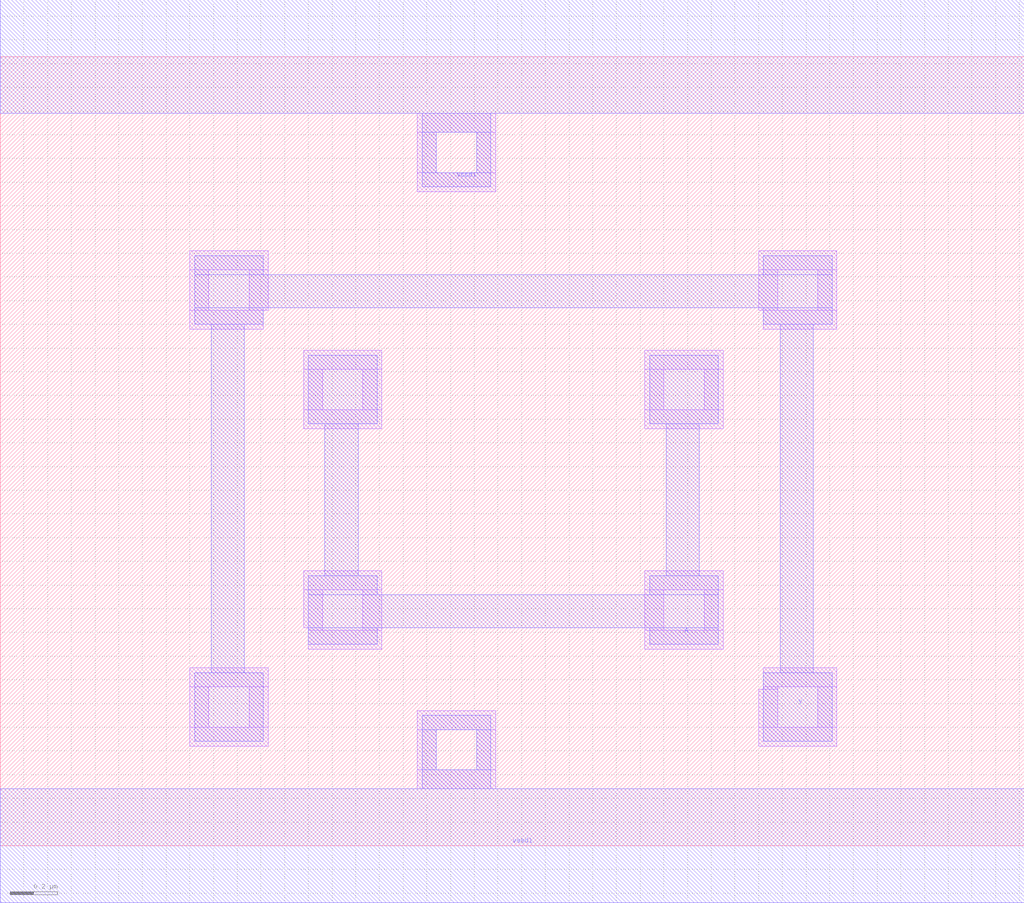
<source format=lef>
VERSION 5.7 ;
  NOWIREEXTENSIONATPIN ON ;
  DIVIDERCHAR "/" ;
  BUSBITCHARS "[]" ;
MACRO INVX4
  CLASS CORE ;
  FOREIGN INVX4 ;
  ORIGIN 0.000 0.000 ;
  SIZE 4.320 BY 3.330 ;
  SYMMETRY X Y R90 ;
  SITE unit ;
  PIN vccd1
    DIRECTION INOUT ;
    USE POWER ;
    SHAPE ABUTMENT ;
    PORT
      LAYER met1 ;
        RECT 0.000 3.090 4.320 3.570 ;
        RECT 1.780 3.010 2.070 3.090 ;
        RECT 1.780 2.840 1.840 3.010 ;
        RECT 2.010 2.840 2.070 3.010 ;
        RECT 1.780 2.780 2.070 2.840 ;
    END
  END vccd1
  PIN vssd1
    DIRECTION INOUT ;
    USE GROUND ;
    SHAPE ABUTMENT ;
    PORT
      LAYER met1 ;
        RECT 1.780 0.490 2.070 0.550 ;
        RECT 1.780 0.320 1.840 0.490 ;
        RECT 2.010 0.320 2.070 0.490 ;
        RECT 1.780 0.240 2.070 0.320 ;
        RECT 0.000 -0.240 4.320 0.240 ;
    END
  END vssd1
  PIN Y
    DIRECTION INOUT ;
    USE SIGNAL ;
    SHAPE ABUTMENT ;
    PORT
      LAYER met1 ;
        RECT 0.820 2.410 1.110 2.490 ;
        RECT 3.220 2.410 3.510 2.490 ;
        RECT 0.820 2.270 3.510 2.410 ;
        RECT 0.820 2.200 1.110 2.270 ;
        RECT 3.220 2.200 3.510 2.270 ;
        RECT 0.890 0.730 1.030 2.200 ;
        RECT 3.290 0.730 3.430 2.200 ;
        RECT 0.820 0.440 1.110 0.730 ;
        RECT 3.220 0.440 3.510 0.730 ;
    END
  END Y
  PIN A
    DIRECTION INOUT ;
    USE SIGNAL ;
    SHAPE ABUTMENT ;
    PORT
      LAYER met1 ;
        RECT 1.300 1.780 1.590 2.070 ;
        RECT 2.740 1.780 3.030 2.070 ;
        RECT 1.370 1.140 1.510 1.780 ;
        RECT 2.810 1.140 2.950 1.780 ;
        RECT 1.300 1.060 1.590 1.140 ;
        RECT 2.740 1.060 3.030 1.140 ;
        RECT 1.300 0.920 3.030 1.060 ;
        RECT 1.300 0.850 1.590 0.920 ;
        RECT 2.740 0.850 3.030 0.920 ;
    END
  END A
  OBS
      LAYER li1 ;
        RECT 1.760 3.010 2.090 3.090 ;
        RECT 1.760 2.840 1.840 3.010 ;
        RECT 2.010 2.840 2.090 3.010 ;
        RECT 1.760 2.760 2.090 2.840 ;
        RECT 0.800 2.430 1.130 2.510 ;
        RECT 0.800 2.260 0.880 2.430 ;
        RECT 1.050 2.260 1.130 2.430 ;
        RECT 3.200 2.430 3.530 2.510 ;
        RECT 3.200 2.260 3.280 2.430 ;
        RECT 3.450 2.260 3.530 2.430 ;
        RECT 0.800 2.180 1.110 2.260 ;
        RECT 3.220 2.180 3.530 2.260 ;
        RECT 1.280 2.010 1.610 2.090 ;
        RECT 1.280 1.840 1.360 2.010 ;
        RECT 1.530 1.840 1.610 2.010 ;
        RECT 1.280 1.760 1.610 1.840 ;
        RECT 2.720 2.010 3.050 2.090 ;
        RECT 2.720 1.840 2.800 2.010 ;
        RECT 2.970 1.840 3.050 2.010 ;
        RECT 2.720 1.760 3.050 1.840 ;
        RECT 1.280 1.080 1.610 1.160 ;
        RECT 1.280 0.920 1.360 1.080 ;
        RECT 1.300 0.910 1.360 0.920 ;
        RECT 1.530 0.910 1.610 1.080 ;
        RECT 1.300 0.830 1.610 0.910 ;
        RECT 2.720 1.080 3.050 1.160 ;
        RECT 2.720 0.910 2.800 1.080 ;
        RECT 2.970 0.910 3.050 1.080 ;
        RECT 2.720 0.830 3.050 0.910 ;
        RECT 0.800 0.670 1.130 0.750 ;
        RECT 0.800 0.500 0.880 0.670 ;
        RECT 1.050 0.500 1.130 0.670 ;
        RECT 3.220 0.670 3.530 0.750 ;
        RECT 3.220 0.660 3.280 0.670 ;
        RECT 0.800 0.420 1.130 0.500 ;
        RECT 1.760 0.490 2.090 0.570 ;
        RECT 1.760 0.320 1.840 0.490 ;
        RECT 2.010 0.320 2.090 0.490 ;
        RECT 3.200 0.500 3.280 0.660 ;
        RECT 3.450 0.500 3.530 0.670 ;
        RECT 3.200 0.420 3.530 0.500 ;
        RECT 1.760 0.240 2.090 0.320 ;
  END
END INVX4
END LIBRARY


</source>
